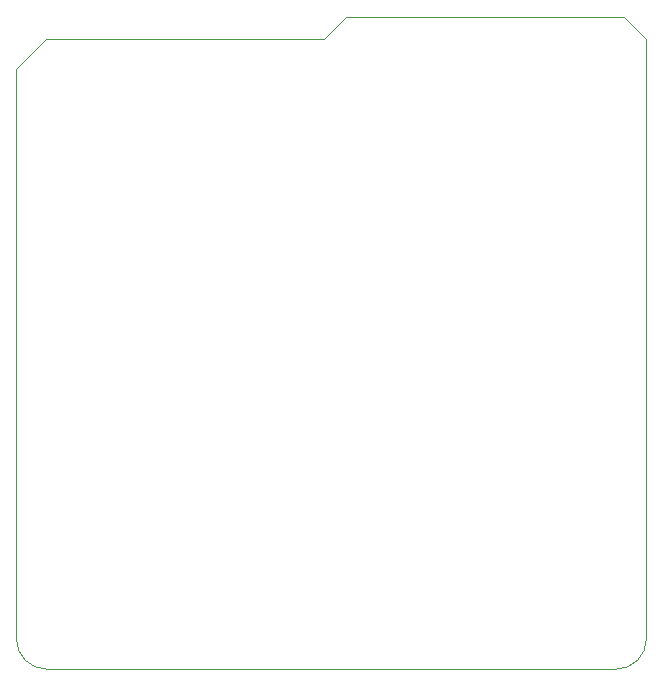
<source format=gm1>
G04 #@! TF.GenerationSoftware,KiCad,Pcbnew,6.0.11-3.fc36*
G04 #@! TF.CreationDate,2023-04-04T19:14:45+09:00*
G04 #@! TF.ProjectId,Tetiduino,54657469-6475-4696-9e6f-2e6b69636164,rev?*
G04 #@! TF.SameCoordinates,Original*
G04 #@! TF.FileFunction,Profile,NP*
%FSLAX46Y46*%
G04 Gerber Fmt 4.6, Leading zero omitted, Abs format (unit mm)*
G04 Created by KiCad (PCBNEW 6.0.11-3.fc36) date 2023-04-04 19:14:45*
%MOMM*%
%LPD*%
G01*
G04 APERTURE LIST*
G04 #@! TA.AperFunction,Profile*
%ADD10C,0.100000*%
G04 #@! TD*
G04 APERTURE END LIST*
D10*
X121920000Y-137795000D02*
X121920000Y-89535000D01*
X121920000Y-137795000D02*
G75*
G03*
X124460000Y-140335000I2540000J0D01*
G01*
X175260000Y-137795000D02*
X175260000Y-86995000D01*
X124460000Y-86995000D02*
X147955000Y-86995000D01*
X121920000Y-89535000D02*
X124460000Y-86995000D01*
X175260000Y-86995000D02*
X173355000Y-85090000D01*
X172720000Y-140335000D02*
G75*
G03*
X175260000Y-137795000I0J2540000D01*
G01*
X173355000Y-85090000D02*
X149860000Y-85090000D01*
X124460000Y-140335000D02*
X172720000Y-140335000D01*
X147955000Y-86995000D02*
X149860000Y-85090000D01*
M02*

</source>
